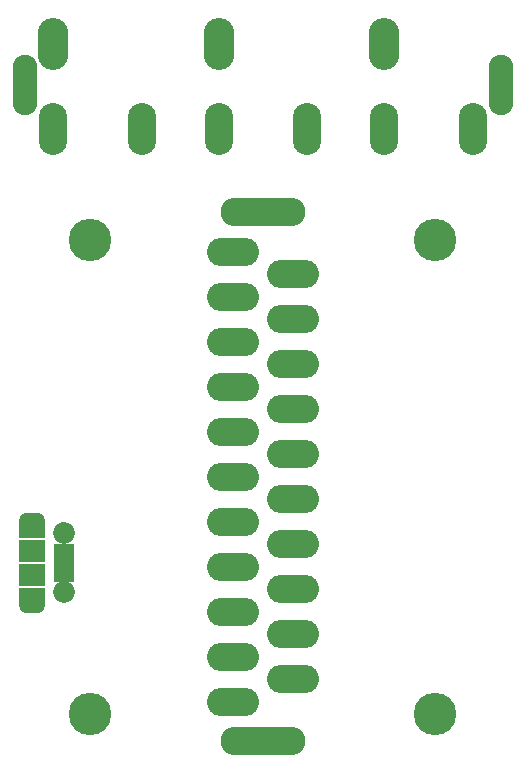
<source format=gts>
G04 #@! TF.FileFunction,Soldermask,Top*
%FSLAX46Y46*%
G04 Gerber Fmt 4.6, Leading zero omitted, Abs format (unit mm)*
G04 Created by KiCad (PCBNEW 4.0.7) date 06/10/18 21:23:00*
%MOMM*%
%LPD*%
G01*
G04 APERTURE LIST*
%ADD10C,0.100000*%
%ADD11C,3.600000*%
%ADD12O,2.600000X4.400000*%
%ADD13O,2.400000X4.400000*%
%ADD14O,2.100000X5.100000*%
%ADD15O,4.400000X2.400000*%
%ADD16O,7.200000X2.400000*%
%ADD17R,2.300000X1.900000*%
%ADD18C,1.850000*%
%ADD19R,1.750000X0.800000*%
%ADD20O,2.300000X1.600000*%
%ADD21R,2.300000X1.600000*%
G04 APERTURE END LIST*
D10*
D11*
X165031750Y-128401750D03*
X135858250Y-128401750D03*
X165031750Y-88260250D03*
X135858250Y-88260250D03*
D12*
X132745000Y-71671000D03*
X146745000Y-71671000D03*
X160745000Y-71671000D03*
D13*
X132745000Y-78921000D03*
X140245000Y-78921000D03*
X168245000Y-78921000D03*
X160745000Y-78921000D03*
X154245000Y-78921000D03*
X146745000Y-78921000D03*
D14*
X170645000Y-75171000D03*
X130345000Y-75171000D03*
D15*
X153035000Y-91176000D03*
X153035000Y-94986000D03*
X153035000Y-98796000D03*
X153035000Y-102606000D03*
X153035000Y-125466000D03*
X153035000Y-121656000D03*
X153035000Y-117846000D03*
X153035000Y-114036000D03*
X153035000Y-110226000D03*
X153035000Y-106416000D03*
X147955000Y-127381000D03*
X147955000Y-123571000D03*
X147955000Y-119761000D03*
X147955000Y-115951000D03*
X147955000Y-112141000D03*
X147955000Y-89281000D03*
X147955000Y-93091000D03*
X147955000Y-96901000D03*
X147955000Y-100711000D03*
X147955000Y-104521000D03*
X147955000Y-108331000D03*
D16*
X150495000Y-85931000D03*
X150495000Y-130731000D03*
D17*
X130937520Y-116620800D03*
D18*
X133637520Y-113120800D03*
D19*
X133637520Y-114970800D03*
X133637520Y-114320800D03*
X133637520Y-116920800D03*
X133637520Y-116270800D03*
X133637520Y-115620800D03*
D18*
X133637520Y-118120800D03*
D17*
X130937520Y-114620800D03*
D20*
X130937520Y-112120800D03*
X130937520Y-119120800D03*
D21*
X130937520Y-118520800D03*
X130937520Y-112720800D03*
M02*

</source>
